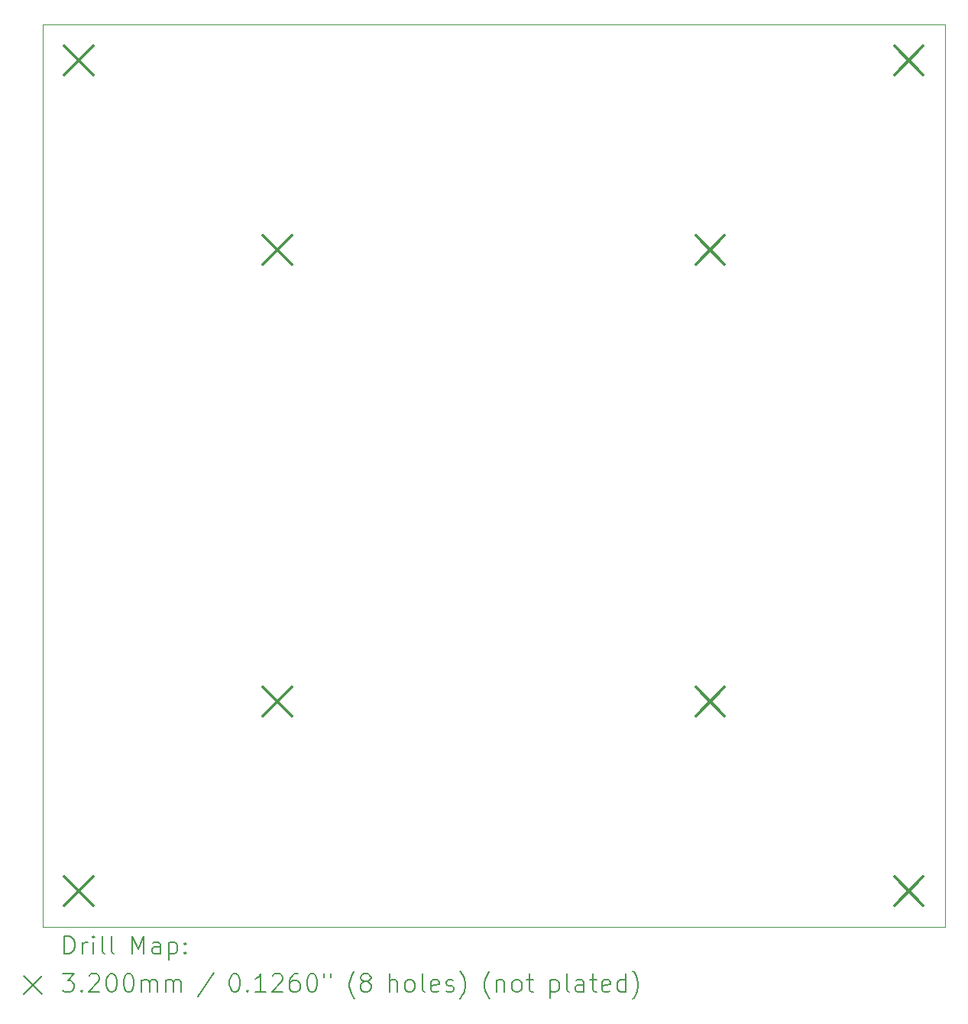
<source format=gbr>
%TF.GenerationSoftware,KiCad,Pcbnew,(7.0.0)*%
%TF.CreationDate,2023-05-18T23:42:44+02:00*%
%TF.ProjectId,Fad_1,4661645f-312e-46b6-9963-61645f706362,rev?*%
%TF.SameCoordinates,Original*%
%TF.FileFunction,Drillmap*%
%TF.FilePolarity,Positive*%
%FSLAX45Y45*%
G04 Gerber Fmt 4.5, Leading zero omitted, Abs format (unit mm)*
G04 Created by KiCad (PCBNEW (7.0.0)) date 2023-05-18 23:42:44*
%MOMM*%
%LPD*%
G01*
G04 APERTURE LIST*
%ADD10C,0.100000*%
%ADD11C,0.200000*%
%ADD12C,0.320000*%
G04 APERTURE END LIST*
D10*
X18000000Y-14000000D02*
X8000000Y-14000000D01*
X8000000Y-4000000D01*
X18000000Y-4000000D01*
X18000000Y-14000000D01*
D11*
D12*
X8240000Y-4240000D02*
X8560000Y-4560000D01*
X8560000Y-4240000D02*
X8240000Y-4560000D01*
X8240000Y-13440000D02*
X8560000Y-13760000D01*
X8560000Y-13440000D02*
X8240000Y-13760000D01*
X10440000Y-6340000D02*
X10760000Y-6660000D01*
X10760000Y-6340000D02*
X10440000Y-6660000D01*
X10440000Y-11340000D02*
X10760000Y-11660000D01*
X10760000Y-11340000D02*
X10440000Y-11660000D01*
X15240000Y-6340000D02*
X15560000Y-6660000D01*
X15560000Y-6340000D02*
X15240000Y-6660000D01*
X15240000Y-11340000D02*
X15560000Y-11660000D01*
X15560000Y-11340000D02*
X15240000Y-11660000D01*
X17440000Y-4240000D02*
X17760000Y-4560000D01*
X17760000Y-4240000D02*
X17440000Y-4560000D01*
X17440000Y-13440000D02*
X17760000Y-13760000D01*
X17760000Y-13440000D02*
X17440000Y-13760000D01*
D11*
X8242619Y-14298476D02*
X8242619Y-14098476D01*
X8242619Y-14098476D02*
X8290238Y-14098476D01*
X8290238Y-14098476D02*
X8318809Y-14108000D01*
X8318809Y-14108000D02*
X8337857Y-14127048D01*
X8337857Y-14127048D02*
X8347381Y-14146095D01*
X8347381Y-14146095D02*
X8356905Y-14184190D01*
X8356905Y-14184190D02*
X8356905Y-14212762D01*
X8356905Y-14212762D02*
X8347381Y-14250857D01*
X8347381Y-14250857D02*
X8337857Y-14269905D01*
X8337857Y-14269905D02*
X8318809Y-14288952D01*
X8318809Y-14288952D02*
X8290238Y-14298476D01*
X8290238Y-14298476D02*
X8242619Y-14298476D01*
X8442619Y-14298476D02*
X8442619Y-14165143D01*
X8442619Y-14203238D02*
X8452143Y-14184190D01*
X8452143Y-14184190D02*
X8461667Y-14174667D01*
X8461667Y-14174667D02*
X8480714Y-14165143D01*
X8480714Y-14165143D02*
X8499762Y-14165143D01*
X8566429Y-14298476D02*
X8566429Y-14165143D01*
X8566429Y-14098476D02*
X8556905Y-14108000D01*
X8556905Y-14108000D02*
X8566429Y-14117524D01*
X8566429Y-14117524D02*
X8575952Y-14108000D01*
X8575952Y-14108000D02*
X8566429Y-14098476D01*
X8566429Y-14098476D02*
X8566429Y-14117524D01*
X8690238Y-14298476D02*
X8671190Y-14288952D01*
X8671190Y-14288952D02*
X8661667Y-14269905D01*
X8661667Y-14269905D02*
X8661667Y-14098476D01*
X8795000Y-14298476D02*
X8775952Y-14288952D01*
X8775952Y-14288952D02*
X8766429Y-14269905D01*
X8766429Y-14269905D02*
X8766429Y-14098476D01*
X8991190Y-14298476D02*
X8991190Y-14098476D01*
X8991190Y-14098476D02*
X9057857Y-14241333D01*
X9057857Y-14241333D02*
X9124524Y-14098476D01*
X9124524Y-14098476D02*
X9124524Y-14298476D01*
X9305476Y-14298476D02*
X9305476Y-14193714D01*
X9305476Y-14193714D02*
X9295952Y-14174667D01*
X9295952Y-14174667D02*
X9276905Y-14165143D01*
X9276905Y-14165143D02*
X9238809Y-14165143D01*
X9238809Y-14165143D02*
X9219762Y-14174667D01*
X9305476Y-14288952D02*
X9286429Y-14298476D01*
X9286429Y-14298476D02*
X9238809Y-14298476D01*
X9238809Y-14298476D02*
X9219762Y-14288952D01*
X9219762Y-14288952D02*
X9210238Y-14269905D01*
X9210238Y-14269905D02*
X9210238Y-14250857D01*
X9210238Y-14250857D02*
X9219762Y-14231809D01*
X9219762Y-14231809D02*
X9238809Y-14222286D01*
X9238809Y-14222286D02*
X9286429Y-14222286D01*
X9286429Y-14222286D02*
X9305476Y-14212762D01*
X9400714Y-14165143D02*
X9400714Y-14365143D01*
X9400714Y-14174667D02*
X9419762Y-14165143D01*
X9419762Y-14165143D02*
X9457857Y-14165143D01*
X9457857Y-14165143D02*
X9476905Y-14174667D01*
X9476905Y-14174667D02*
X9486429Y-14184190D01*
X9486429Y-14184190D02*
X9495952Y-14203238D01*
X9495952Y-14203238D02*
X9495952Y-14260381D01*
X9495952Y-14260381D02*
X9486429Y-14279428D01*
X9486429Y-14279428D02*
X9476905Y-14288952D01*
X9476905Y-14288952D02*
X9457857Y-14298476D01*
X9457857Y-14298476D02*
X9419762Y-14298476D01*
X9419762Y-14298476D02*
X9400714Y-14288952D01*
X9581667Y-14279428D02*
X9591190Y-14288952D01*
X9591190Y-14288952D02*
X9581667Y-14298476D01*
X9581667Y-14298476D02*
X9572143Y-14288952D01*
X9572143Y-14288952D02*
X9581667Y-14279428D01*
X9581667Y-14279428D02*
X9581667Y-14298476D01*
X9581667Y-14174667D02*
X9591190Y-14184190D01*
X9591190Y-14184190D02*
X9581667Y-14193714D01*
X9581667Y-14193714D02*
X9572143Y-14184190D01*
X9572143Y-14184190D02*
X9581667Y-14174667D01*
X9581667Y-14174667D02*
X9581667Y-14193714D01*
X7795000Y-14545000D02*
X7995000Y-14745000D01*
X7995000Y-14545000D02*
X7795000Y-14745000D01*
X8223571Y-14518476D02*
X8347381Y-14518476D01*
X8347381Y-14518476D02*
X8280714Y-14594667D01*
X8280714Y-14594667D02*
X8309286Y-14594667D01*
X8309286Y-14594667D02*
X8328333Y-14604190D01*
X8328333Y-14604190D02*
X8337857Y-14613714D01*
X8337857Y-14613714D02*
X8347381Y-14632762D01*
X8347381Y-14632762D02*
X8347381Y-14680381D01*
X8347381Y-14680381D02*
X8337857Y-14699428D01*
X8337857Y-14699428D02*
X8328333Y-14708952D01*
X8328333Y-14708952D02*
X8309286Y-14718476D01*
X8309286Y-14718476D02*
X8252143Y-14718476D01*
X8252143Y-14718476D02*
X8233095Y-14708952D01*
X8233095Y-14708952D02*
X8223571Y-14699428D01*
X8433095Y-14699428D02*
X8442619Y-14708952D01*
X8442619Y-14708952D02*
X8433095Y-14718476D01*
X8433095Y-14718476D02*
X8423571Y-14708952D01*
X8423571Y-14708952D02*
X8433095Y-14699428D01*
X8433095Y-14699428D02*
X8433095Y-14718476D01*
X8518810Y-14537524D02*
X8528333Y-14528000D01*
X8528333Y-14528000D02*
X8547381Y-14518476D01*
X8547381Y-14518476D02*
X8595000Y-14518476D01*
X8595000Y-14518476D02*
X8614048Y-14528000D01*
X8614048Y-14528000D02*
X8623571Y-14537524D01*
X8623571Y-14537524D02*
X8633095Y-14556571D01*
X8633095Y-14556571D02*
X8633095Y-14575619D01*
X8633095Y-14575619D02*
X8623571Y-14604190D01*
X8623571Y-14604190D02*
X8509286Y-14718476D01*
X8509286Y-14718476D02*
X8633095Y-14718476D01*
X8756905Y-14518476D02*
X8775952Y-14518476D01*
X8775952Y-14518476D02*
X8795000Y-14528000D01*
X8795000Y-14528000D02*
X8804524Y-14537524D01*
X8804524Y-14537524D02*
X8814048Y-14556571D01*
X8814048Y-14556571D02*
X8823571Y-14594667D01*
X8823571Y-14594667D02*
X8823571Y-14642286D01*
X8823571Y-14642286D02*
X8814048Y-14680381D01*
X8814048Y-14680381D02*
X8804524Y-14699428D01*
X8804524Y-14699428D02*
X8795000Y-14708952D01*
X8795000Y-14708952D02*
X8775952Y-14718476D01*
X8775952Y-14718476D02*
X8756905Y-14718476D01*
X8756905Y-14718476D02*
X8737857Y-14708952D01*
X8737857Y-14708952D02*
X8728333Y-14699428D01*
X8728333Y-14699428D02*
X8718810Y-14680381D01*
X8718810Y-14680381D02*
X8709286Y-14642286D01*
X8709286Y-14642286D02*
X8709286Y-14594667D01*
X8709286Y-14594667D02*
X8718810Y-14556571D01*
X8718810Y-14556571D02*
X8728333Y-14537524D01*
X8728333Y-14537524D02*
X8737857Y-14528000D01*
X8737857Y-14528000D02*
X8756905Y-14518476D01*
X8947381Y-14518476D02*
X8966429Y-14518476D01*
X8966429Y-14518476D02*
X8985476Y-14528000D01*
X8985476Y-14528000D02*
X8995000Y-14537524D01*
X8995000Y-14537524D02*
X9004524Y-14556571D01*
X9004524Y-14556571D02*
X9014048Y-14594667D01*
X9014048Y-14594667D02*
X9014048Y-14642286D01*
X9014048Y-14642286D02*
X9004524Y-14680381D01*
X9004524Y-14680381D02*
X8995000Y-14699428D01*
X8995000Y-14699428D02*
X8985476Y-14708952D01*
X8985476Y-14708952D02*
X8966429Y-14718476D01*
X8966429Y-14718476D02*
X8947381Y-14718476D01*
X8947381Y-14718476D02*
X8928333Y-14708952D01*
X8928333Y-14708952D02*
X8918810Y-14699428D01*
X8918810Y-14699428D02*
X8909286Y-14680381D01*
X8909286Y-14680381D02*
X8899762Y-14642286D01*
X8899762Y-14642286D02*
X8899762Y-14594667D01*
X8899762Y-14594667D02*
X8909286Y-14556571D01*
X8909286Y-14556571D02*
X8918810Y-14537524D01*
X8918810Y-14537524D02*
X8928333Y-14528000D01*
X8928333Y-14528000D02*
X8947381Y-14518476D01*
X9099762Y-14718476D02*
X9099762Y-14585143D01*
X9099762Y-14604190D02*
X9109286Y-14594667D01*
X9109286Y-14594667D02*
X9128333Y-14585143D01*
X9128333Y-14585143D02*
X9156905Y-14585143D01*
X9156905Y-14585143D02*
X9175952Y-14594667D01*
X9175952Y-14594667D02*
X9185476Y-14613714D01*
X9185476Y-14613714D02*
X9185476Y-14718476D01*
X9185476Y-14613714D02*
X9195000Y-14594667D01*
X9195000Y-14594667D02*
X9214048Y-14585143D01*
X9214048Y-14585143D02*
X9242619Y-14585143D01*
X9242619Y-14585143D02*
X9261667Y-14594667D01*
X9261667Y-14594667D02*
X9271191Y-14613714D01*
X9271191Y-14613714D02*
X9271191Y-14718476D01*
X9366429Y-14718476D02*
X9366429Y-14585143D01*
X9366429Y-14604190D02*
X9375952Y-14594667D01*
X9375952Y-14594667D02*
X9395000Y-14585143D01*
X9395000Y-14585143D02*
X9423572Y-14585143D01*
X9423572Y-14585143D02*
X9442619Y-14594667D01*
X9442619Y-14594667D02*
X9452143Y-14613714D01*
X9452143Y-14613714D02*
X9452143Y-14718476D01*
X9452143Y-14613714D02*
X9461667Y-14594667D01*
X9461667Y-14594667D02*
X9480714Y-14585143D01*
X9480714Y-14585143D02*
X9509286Y-14585143D01*
X9509286Y-14585143D02*
X9528333Y-14594667D01*
X9528333Y-14594667D02*
X9537857Y-14613714D01*
X9537857Y-14613714D02*
X9537857Y-14718476D01*
X9895952Y-14508952D02*
X9724524Y-14766095D01*
X10120714Y-14518476D02*
X10139762Y-14518476D01*
X10139762Y-14518476D02*
X10158810Y-14528000D01*
X10158810Y-14528000D02*
X10168333Y-14537524D01*
X10168333Y-14537524D02*
X10177857Y-14556571D01*
X10177857Y-14556571D02*
X10187381Y-14594667D01*
X10187381Y-14594667D02*
X10187381Y-14642286D01*
X10187381Y-14642286D02*
X10177857Y-14680381D01*
X10177857Y-14680381D02*
X10168333Y-14699428D01*
X10168333Y-14699428D02*
X10158810Y-14708952D01*
X10158810Y-14708952D02*
X10139762Y-14718476D01*
X10139762Y-14718476D02*
X10120714Y-14718476D01*
X10120714Y-14718476D02*
X10101667Y-14708952D01*
X10101667Y-14708952D02*
X10092143Y-14699428D01*
X10092143Y-14699428D02*
X10082619Y-14680381D01*
X10082619Y-14680381D02*
X10073095Y-14642286D01*
X10073095Y-14642286D02*
X10073095Y-14594667D01*
X10073095Y-14594667D02*
X10082619Y-14556571D01*
X10082619Y-14556571D02*
X10092143Y-14537524D01*
X10092143Y-14537524D02*
X10101667Y-14528000D01*
X10101667Y-14528000D02*
X10120714Y-14518476D01*
X10273095Y-14699428D02*
X10282619Y-14708952D01*
X10282619Y-14708952D02*
X10273095Y-14718476D01*
X10273095Y-14718476D02*
X10263572Y-14708952D01*
X10263572Y-14708952D02*
X10273095Y-14699428D01*
X10273095Y-14699428D02*
X10273095Y-14718476D01*
X10473095Y-14718476D02*
X10358810Y-14718476D01*
X10415952Y-14718476D02*
X10415952Y-14518476D01*
X10415952Y-14518476D02*
X10396905Y-14547048D01*
X10396905Y-14547048D02*
X10377857Y-14566095D01*
X10377857Y-14566095D02*
X10358810Y-14575619D01*
X10549286Y-14537524D02*
X10558810Y-14528000D01*
X10558810Y-14528000D02*
X10577857Y-14518476D01*
X10577857Y-14518476D02*
X10625476Y-14518476D01*
X10625476Y-14518476D02*
X10644524Y-14528000D01*
X10644524Y-14528000D02*
X10654048Y-14537524D01*
X10654048Y-14537524D02*
X10663572Y-14556571D01*
X10663572Y-14556571D02*
X10663572Y-14575619D01*
X10663572Y-14575619D02*
X10654048Y-14604190D01*
X10654048Y-14604190D02*
X10539762Y-14718476D01*
X10539762Y-14718476D02*
X10663572Y-14718476D01*
X10835000Y-14518476D02*
X10796905Y-14518476D01*
X10796905Y-14518476D02*
X10777857Y-14528000D01*
X10777857Y-14528000D02*
X10768333Y-14537524D01*
X10768333Y-14537524D02*
X10749286Y-14566095D01*
X10749286Y-14566095D02*
X10739762Y-14604190D01*
X10739762Y-14604190D02*
X10739762Y-14680381D01*
X10739762Y-14680381D02*
X10749286Y-14699428D01*
X10749286Y-14699428D02*
X10758810Y-14708952D01*
X10758810Y-14708952D02*
X10777857Y-14718476D01*
X10777857Y-14718476D02*
X10815953Y-14718476D01*
X10815953Y-14718476D02*
X10835000Y-14708952D01*
X10835000Y-14708952D02*
X10844524Y-14699428D01*
X10844524Y-14699428D02*
X10854048Y-14680381D01*
X10854048Y-14680381D02*
X10854048Y-14632762D01*
X10854048Y-14632762D02*
X10844524Y-14613714D01*
X10844524Y-14613714D02*
X10835000Y-14604190D01*
X10835000Y-14604190D02*
X10815953Y-14594667D01*
X10815953Y-14594667D02*
X10777857Y-14594667D01*
X10777857Y-14594667D02*
X10758810Y-14604190D01*
X10758810Y-14604190D02*
X10749286Y-14613714D01*
X10749286Y-14613714D02*
X10739762Y-14632762D01*
X10977857Y-14518476D02*
X10996905Y-14518476D01*
X10996905Y-14518476D02*
X11015953Y-14528000D01*
X11015953Y-14528000D02*
X11025476Y-14537524D01*
X11025476Y-14537524D02*
X11035000Y-14556571D01*
X11035000Y-14556571D02*
X11044524Y-14594667D01*
X11044524Y-14594667D02*
X11044524Y-14642286D01*
X11044524Y-14642286D02*
X11035000Y-14680381D01*
X11035000Y-14680381D02*
X11025476Y-14699428D01*
X11025476Y-14699428D02*
X11015953Y-14708952D01*
X11015953Y-14708952D02*
X10996905Y-14718476D01*
X10996905Y-14718476D02*
X10977857Y-14718476D01*
X10977857Y-14718476D02*
X10958810Y-14708952D01*
X10958810Y-14708952D02*
X10949286Y-14699428D01*
X10949286Y-14699428D02*
X10939762Y-14680381D01*
X10939762Y-14680381D02*
X10930238Y-14642286D01*
X10930238Y-14642286D02*
X10930238Y-14594667D01*
X10930238Y-14594667D02*
X10939762Y-14556571D01*
X10939762Y-14556571D02*
X10949286Y-14537524D01*
X10949286Y-14537524D02*
X10958810Y-14528000D01*
X10958810Y-14528000D02*
X10977857Y-14518476D01*
X11120714Y-14518476D02*
X11120714Y-14556571D01*
X11196905Y-14518476D02*
X11196905Y-14556571D01*
X11459762Y-14794667D02*
X11450238Y-14785143D01*
X11450238Y-14785143D02*
X11431191Y-14756571D01*
X11431191Y-14756571D02*
X11421667Y-14737524D01*
X11421667Y-14737524D02*
X11412143Y-14708952D01*
X11412143Y-14708952D02*
X11402619Y-14661333D01*
X11402619Y-14661333D02*
X11402619Y-14623238D01*
X11402619Y-14623238D02*
X11412143Y-14575619D01*
X11412143Y-14575619D02*
X11421667Y-14547048D01*
X11421667Y-14547048D02*
X11431191Y-14528000D01*
X11431191Y-14528000D02*
X11450238Y-14499428D01*
X11450238Y-14499428D02*
X11459762Y-14489905D01*
X11564524Y-14604190D02*
X11545476Y-14594667D01*
X11545476Y-14594667D02*
X11535952Y-14585143D01*
X11535952Y-14585143D02*
X11526429Y-14566095D01*
X11526429Y-14566095D02*
X11526429Y-14556571D01*
X11526429Y-14556571D02*
X11535952Y-14537524D01*
X11535952Y-14537524D02*
X11545476Y-14528000D01*
X11545476Y-14528000D02*
X11564524Y-14518476D01*
X11564524Y-14518476D02*
X11602619Y-14518476D01*
X11602619Y-14518476D02*
X11621667Y-14528000D01*
X11621667Y-14528000D02*
X11631191Y-14537524D01*
X11631191Y-14537524D02*
X11640714Y-14556571D01*
X11640714Y-14556571D02*
X11640714Y-14566095D01*
X11640714Y-14566095D02*
X11631191Y-14585143D01*
X11631191Y-14585143D02*
X11621667Y-14594667D01*
X11621667Y-14594667D02*
X11602619Y-14604190D01*
X11602619Y-14604190D02*
X11564524Y-14604190D01*
X11564524Y-14604190D02*
X11545476Y-14613714D01*
X11545476Y-14613714D02*
X11535952Y-14623238D01*
X11535952Y-14623238D02*
X11526429Y-14642286D01*
X11526429Y-14642286D02*
X11526429Y-14680381D01*
X11526429Y-14680381D02*
X11535952Y-14699428D01*
X11535952Y-14699428D02*
X11545476Y-14708952D01*
X11545476Y-14708952D02*
X11564524Y-14718476D01*
X11564524Y-14718476D02*
X11602619Y-14718476D01*
X11602619Y-14718476D02*
X11621667Y-14708952D01*
X11621667Y-14708952D02*
X11631191Y-14699428D01*
X11631191Y-14699428D02*
X11640714Y-14680381D01*
X11640714Y-14680381D02*
X11640714Y-14642286D01*
X11640714Y-14642286D02*
X11631191Y-14623238D01*
X11631191Y-14623238D02*
X11621667Y-14613714D01*
X11621667Y-14613714D02*
X11602619Y-14604190D01*
X11846429Y-14718476D02*
X11846429Y-14518476D01*
X11932143Y-14718476D02*
X11932143Y-14613714D01*
X11932143Y-14613714D02*
X11922619Y-14594667D01*
X11922619Y-14594667D02*
X11903572Y-14585143D01*
X11903572Y-14585143D02*
X11875000Y-14585143D01*
X11875000Y-14585143D02*
X11855952Y-14594667D01*
X11855952Y-14594667D02*
X11846429Y-14604190D01*
X12055952Y-14718476D02*
X12036905Y-14708952D01*
X12036905Y-14708952D02*
X12027381Y-14699428D01*
X12027381Y-14699428D02*
X12017857Y-14680381D01*
X12017857Y-14680381D02*
X12017857Y-14623238D01*
X12017857Y-14623238D02*
X12027381Y-14604190D01*
X12027381Y-14604190D02*
X12036905Y-14594667D01*
X12036905Y-14594667D02*
X12055952Y-14585143D01*
X12055952Y-14585143D02*
X12084524Y-14585143D01*
X12084524Y-14585143D02*
X12103572Y-14594667D01*
X12103572Y-14594667D02*
X12113095Y-14604190D01*
X12113095Y-14604190D02*
X12122619Y-14623238D01*
X12122619Y-14623238D02*
X12122619Y-14680381D01*
X12122619Y-14680381D02*
X12113095Y-14699428D01*
X12113095Y-14699428D02*
X12103572Y-14708952D01*
X12103572Y-14708952D02*
X12084524Y-14718476D01*
X12084524Y-14718476D02*
X12055952Y-14718476D01*
X12236905Y-14718476D02*
X12217857Y-14708952D01*
X12217857Y-14708952D02*
X12208333Y-14689905D01*
X12208333Y-14689905D02*
X12208333Y-14518476D01*
X12389286Y-14708952D02*
X12370238Y-14718476D01*
X12370238Y-14718476D02*
X12332143Y-14718476D01*
X12332143Y-14718476D02*
X12313095Y-14708952D01*
X12313095Y-14708952D02*
X12303572Y-14689905D01*
X12303572Y-14689905D02*
X12303572Y-14613714D01*
X12303572Y-14613714D02*
X12313095Y-14594667D01*
X12313095Y-14594667D02*
X12332143Y-14585143D01*
X12332143Y-14585143D02*
X12370238Y-14585143D01*
X12370238Y-14585143D02*
X12389286Y-14594667D01*
X12389286Y-14594667D02*
X12398810Y-14613714D01*
X12398810Y-14613714D02*
X12398810Y-14632762D01*
X12398810Y-14632762D02*
X12303572Y-14651809D01*
X12475000Y-14708952D02*
X12494048Y-14718476D01*
X12494048Y-14718476D02*
X12532143Y-14718476D01*
X12532143Y-14718476D02*
X12551191Y-14708952D01*
X12551191Y-14708952D02*
X12560714Y-14689905D01*
X12560714Y-14689905D02*
X12560714Y-14680381D01*
X12560714Y-14680381D02*
X12551191Y-14661333D01*
X12551191Y-14661333D02*
X12532143Y-14651809D01*
X12532143Y-14651809D02*
X12503572Y-14651809D01*
X12503572Y-14651809D02*
X12484524Y-14642286D01*
X12484524Y-14642286D02*
X12475000Y-14623238D01*
X12475000Y-14623238D02*
X12475000Y-14613714D01*
X12475000Y-14613714D02*
X12484524Y-14594667D01*
X12484524Y-14594667D02*
X12503572Y-14585143D01*
X12503572Y-14585143D02*
X12532143Y-14585143D01*
X12532143Y-14585143D02*
X12551191Y-14594667D01*
X12627381Y-14794667D02*
X12636905Y-14785143D01*
X12636905Y-14785143D02*
X12655953Y-14756571D01*
X12655953Y-14756571D02*
X12665476Y-14737524D01*
X12665476Y-14737524D02*
X12675000Y-14708952D01*
X12675000Y-14708952D02*
X12684524Y-14661333D01*
X12684524Y-14661333D02*
X12684524Y-14623238D01*
X12684524Y-14623238D02*
X12675000Y-14575619D01*
X12675000Y-14575619D02*
X12665476Y-14547048D01*
X12665476Y-14547048D02*
X12655953Y-14528000D01*
X12655953Y-14528000D02*
X12636905Y-14499428D01*
X12636905Y-14499428D02*
X12627381Y-14489905D01*
X12956905Y-14794667D02*
X12947381Y-14785143D01*
X12947381Y-14785143D02*
X12928333Y-14756571D01*
X12928333Y-14756571D02*
X12918810Y-14737524D01*
X12918810Y-14737524D02*
X12909286Y-14708952D01*
X12909286Y-14708952D02*
X12899762Y-14661333D01*
X12899762Y-14661333D02*
X12899762Y-14623238D01*
X12899762Y-14623238D02*
X12909286Y-14575619D01*
X12909286Y-14575619D02*
X12918810Y-14547048D01*
X12918810Y-14547048D02*
X12928333Y-14528000D01*
X12928333Y-14528000D02*
X12947381Y-14499428D01*
X12947381Y-14499428D02*
X12956905Y-14489905D01*
X13033095Y-14585143D02*
X13033095Y-14718476D01*
X13033095Y-14604190D02*
X13042619Y-14594667D01*
X13042619Y-14594667D02*
X13061667Y-14585143D01*
X13061667Y-14585143D02*
X13090238Y-14585143D01*
X13090238Y-14585143D02*
X13109286Y-14594667D01*
X13109286Y-14594667D02*
X13118810Y-14613714D01*
X13118810Y-14613714D02*
X13118810Y-14718476D01*
X13242619Y-14718476D02*
X13223572Y-14708952D01*
X13223572Y-14708952D02*
X13214048Y-14699428D01*
X13214048Y-14699428D02*
X13204524Y-14680381D01*
X13204524Y-14680381D02*
X13204524Y-14623238D01*
X13204524Y-14623238D02*
X13214048Y-14604190D01*
X13214048Y-14604190D02*
X13223572Y-14594667D01*
X13223572Y-14594667D02*
X13242619Y-14585143D01*
X13242619Y-14585143D02*
X13271191Y-14585143D01*
X13271191Y-14585143D02*
X13290238Y-14594667D01*
X13290238Y-14594667D02*
X13299762Y-14604190D01*
X13299762Y-14604190D02*
X13309286Y-14623238D01*
X13309286Y-14623238D02*
X13309286Y-14680381D01*
X13309286Y-14680381D02*
X13299762Y-14699428D01*
X13299762Y-14699428D02*
X13290238Y-14708952D01*
X13290238Y-14708952D02*
X13271191Y-14718476D01*
X13271191Y-14718476D02*
X13242619Y-14718476D01*
X13366429Y-14585143D02*
X13442619Y-14585143D01*
X13395000Y-14518476D02*
X13395000Y-14689905D01*
X13395000Y-14689905D02*
X13404524Y-14708952D01*
X13404524Y-14708952D02*
X13423572Y-14718476D01*
X13423572Y-14718476D02*
X13442619Y-14718476D01*
X13629286Y-14585143D02*
X13629286Y-14785143D01*
X13629286Y-14594667D02*
X13648333Y-14585143D01*
X13648333Y-14585143D02*
X13686429Y-14585143D01*
X13686429Y-14585143D02*
X13705476Y-14594667D01*
X13705476Y-14594667D02*
X13715000Y-14604190D01*
X13715000Y-14604190D02*
X13724524Y-14623238D01*
X13724524Y-14623238D02*
X13724524Y-14680381D01*
X13724524Y-14680381D02*
X13715000Y-14699428D01*
X13715000Y-14699428D02*
X13705476Y-14708952D01*
X13705476Y-14708952D02*
X13686429Y-14718476D01*
X13686429Y-14718476D02*
X13648333Y-14718476D01*
X13648333Y-14718476D02*
X13629286Y-14708952D01*
X13838810Y-14718476D02*
X13819762Y-14708952D01*
X13819762Y-14708952D02*
X13810238Y-14689905D01*
X13810238Y-14689905D02*
X13810238Y-14518476D01*
X14000714Y-14718476D02*
X14000714Y-14613714D01*
X14000714Y-14613714D02*
X13991191Y-14594667D01*
X13991191Y-14594667D02*
X13972143Y-14585143D01*
X13972143Y-14585143D02*
X13934048Y-14585143D01*
X13934048Y-14585143D02*
X13915000Y-14594667D01*
X14000714Y-14708952D02*
X13981667Y-14718476D01*
X13981667Y-14718476D02*
X13934048Y-14718476D01*
X13934048Y-14718476D02*
X13915000Y-14708952D01*
X13915000Y-14708952D02*
X13905476Y-14689905D01*
X13905476Y-14689905D02*
X13905476Y-14670857D01*
X13905476Y-14670857D02*
X13915000Y-14651809D01*
X13915000Y-14651809D02*
X13934048Y-14642286D01*
X13934048Y-14642286D02*
X13981667Y-14642286D01*
X13981667Y-14642286D02*
X14000714Y-14632762D01*
X14067381Y-14585143D02*
X14143572Y-14585143D01*
X14095953Y-14518476D02*
X14095953Y-14689905D01*
X14095953Y-14689905D02*
X14105476Y-14708952D01*
X14105476Y-14708952D02*
X14124524Y-14718476D01*
X14124524Y-14718476D02*
X14143572Y-14718476D01*
X14286429Y-14708952D02*
X14267381Y-14718476D01*
X14267381Y-14718476D02*
X14229286Y-14718476D01*
X14229286Y-14718476D02*
X14210238Y-14708952D01*
X14210238Y-14708952D02*
X14200714Y-14689905D01*
X14200714Y-14689905D02*
X14200714Y-14613714D01*
X14200714Y-14613714D02*
X14210238Y-14594667D01*
X14210238Y-14594667D02*
X14229286Y-14585143D01*
X14229286Y-14585143D02*
X14267381Y-14585143D01*
X14267381Y-14585143D02*
X14286429Y-14594667D01*
X14286429Y-14594667D02*
X14295953Y-14613714D01*
X14295953Y-14613714D02*
X14295953Y-14632762D01*
X14295953Y-14632762D02*
X14200714Y-14651809D01*
X14467381Y-14718476D02*
X14467381Y-14518476D01*
X14467381Y-14708952D02*
X14448334Y-14718476D01*
X14448334Y-14718476D02*
X14410238Y-14718476D01*
X14410238Y-14718476D02*
X14391191Y-14708952D01*
X14391191Y-14708952D02*
X14381667Y-14699428D01*
X14381667Y-14699428D02*
X14372143Y-14680381D01*
X14372143Y-14680381D02*
X14372143Y-14623238D01*
X14372143Y-14623238D02*
X14381667Y-14604190D01*
X14381667Y-14604190D02*
X14391191Y-14594667D01*
X14391191Y-14594667D02*
X14410238Y-14585143D01*
X14410238Y-14585143D02*
X14448334Y-14585143D01*
X14448334Y-14585143D02*
X14467381Y-14594667D01*
X14543572Y-14794667D02*
X14553095Y-14785143D01*
X14553095Y-14785143D02*
X14572143Y-14756571D01*
X14572143Y-14756571D02*
X14581667Y-14737524D01*
X14581667Y-14737524D02*
X14591191Y-14708952D01*
X14591191Y-14708952D02*
X14600714Y-14661333D01*
X14600714Y-14661333D02*
X14600714Y-14623238D01*
X14600714Y-14623238D02*
X14591191Y-14575619D01*
X14591191Y-14575619D02*
X14581667Y-14547048D01*
X14581667Y-14547048D02*
X14572143Y-14528000D01*
X14572143Y-14528000D02*
X14553095Y-14499428D01*
X14553095Y-14499428D02*
X14543572Y-14489905D01*
M02*

</source>
